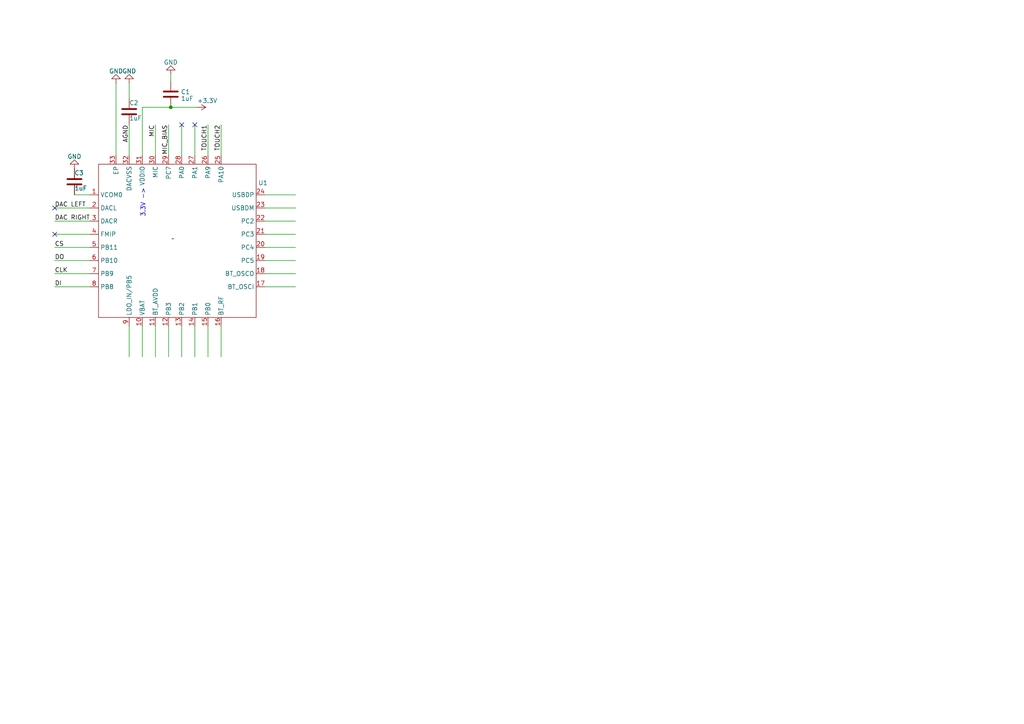
<source format=kicad_sch>
(kicad_sch (version 20230121) (generator eeschema)
  (paper "A4")
  (lib_symbols
    (symbol "Device:C" (pin_numbers hide) (pin_names (offset 0.254))
      (property "Reference" "C" (at 0.635 2.54 0))
      (property "Value" "C" (at 0.635 -2.54 0))
      (symbol "C_0_1"
        (polyline (pts (xy -2.032 -0.762) (xy 2.032 -0.762)) (stroke (width 0.508)))
        (polyline (pts (xy -2.032 0.762) (xy 2.032 0.762)) (stroke (width 0.508)))
      )
      (symbol "C_1_1"
        (pin passive line (at 0 3.81 270) (length 2.794) (name "~") (number "1"))
        (pin passive line (at 0 -3.81 90) (length 2.794) (name "~") (number "2"))
      )
    )
    (symbol "ac6956c4:AC6956C4"
      (property "Reference" "U" (at 21.59 24.13 0))
      (symbol "AC6956C4_0_1"
        (rectangle (start -22.86 22.86) (end 22.86 -21.59))
      )
      (symbol "AC6956C4_1_1"
        (pin bidirectional line (at -25.4 13.97 0) (length 2.54) (name "VCOM0") (number "1"))
        (pin bidirectional line (at -10.16 -24.13 90) (length 2.54) (name "VBAT") (number "10"))
        (pin bidirectional line (at -6.35 -24.13 90) (length 2.54) (name "BT_AVDD") (number "11"))
        (pin bidirectional line (at -2.54 -24.13 90) (length 2.54) (name "PB3") (number "12"))
        (pin bidirectional line (at 1.27 -24.13 90) (length 2.54) (name "PB2") (number "13"))
        (pin bidirectional line (at 5.08 -24.13 90) (length 2.54) (name "PB1") (number "14"))
        (pin bidirectional line (at 8.89 -24.13 90) (length 2.54) (name "PB0") (number "15"))
        (pin bidirectional line (at 12.7 -24.13 90) (length 2.54) (name "BT_RF") (number "16"))
        (pin bidirectional line (at 25.4 -12.7 180) (length 2.54) (name "BT_OSCI") (number "17"))
        (pin bidirectional line (at 25.4 -8.89 180) (length 2.54) (name "BT_OSCO") (number "18"))
        (pin bidirectional line (at 25.4 -5.08 180) (length 2.54) (name "PC5") (number "19"))
        (pin bidirectional line (at -25.4 10.16 0) (length 2.54) (name "DACL") (number "2"))
        (pin bidirectional line (at 25.4 -1.27 180) (length 2.54) (name "PC4") (number "20"))
        (pin bidirectional line (at 25.4 2.54 180) (length 2.54) (name "PC3") (number "21"))
        (pin bidirectional line (at 25.4 6.35 180) (length 2.54) (name "PC2") (number "22"))
        (pin bidirectional line (at 25.4 10.16 180) (length 2.54) (name "USBDM") (number "23"))
        (pin bidirectional line (at 25.4 13.97 180) (length 2.54) (name "USBDP") (number "24"))
        (pin bidirectional line (at 12.7 25.4 270) (length 2.54) (name "PA10") (number "25"))
        (pin bidirectional line (at 8.89 25.4 270) (length 2.54) (name "PA9") (number "26"))
        (pin bidirectional line (at 5.08 25.4 270) (length 2.54) (name "PA1") (number "27"))
        (pin bidirectional line (at 1.27 25.4 270) (length 2.54) (name "PA0") (number "28"))
        (pin bidirectional line (at -2.54 25.4 270) (length 2.54) (name "PC7") (number "29"))
        (pin bidirectional line (at -25.4 6.35 0) (length 2.54) (name "DACR") (number "3"))
        (pin bidirectional line (at -6.35 25.4 270) (length 2.54) (name "MIC") (number "30"))
        (pin bidirectional line (at -10.16 25.4 270) (length 2.54) (name "VDDIO") (number "31"))
        (pin bidirectional line (at -13.97 25.4 270) (length 2.54) (name "DACVSS") (number "32"))
        (pin bidirectional line (at -17.78 25.4 270) (length 2.54) (name "EP") (number "33"))
        (pin bidirectional line (at -25.4 2.54 0) (length 2.54) (name "FMIP") (number "4"))
        (pin bidirectional line (at -25.4 -1.27 0) (length 2.54) (name "PB11") (number "5"))
        (pin bidirectional line (at -25.4 -5.08 0) (length 2.54) (name "PB10") (number "6"))
        (pin bidirectional line (at -25.4 -8.89 0) (length 2.54) (name "PB9") (number "7"))
        (pin bidirectional line (at -25.4 -12.7 0) (length 2.54) (name "PB8") (number "8"))
        (pin bidirectional line (at -13.97 -24.13 90) (length 2.54) (name "LDO_IN/PB5") (number "9"))
      )
    )
    (symbol "power:+3.3V" (power) (pin_names (offset 0))
      (property "Value" "+3.3V" (at 0 3.556 0))
      (symbol "+3.3V_0_1"
        (polyline (pts (xy -0.762 1.27) (xy 0 2.54)))
        (polyline (pts (xy 0 0) (xy 0 2.54)))
        (polyline (pts (xy 0 2.54) (xy 0.762 1.27)))
      )
      (symbol "+3.3V_1_1"
        (pin power_in line (at 0 0 90) (length 0) hide (name "+3.3V") (number "1"))
      )
    )
    (symbol "power:GND" (power) (pin_names (offset 0))
      (property "Value" "GND" (at 0 -3.81 0))
      (symbol "GND_0_1"
        (polyline (pts (xy 0 0) (xy 0 -1.27) (xy 1.27 -1.27) (xy 0 -2.54) (xy -1.27 -1.27) (xy 0 -1.27)))
      )
      (symbol "GND_1_1"
        (pin power_in line (at 0 0 270) (length 0) hide (name "GND") (number "1"))
      )
    )
  )
  (junction (at 49.53 31.115))
  (no_connect (at 15.875 60.325))
  (no_connect (at 52.705 36.195))
  (no_connect (at 56.515 36.195))
  (no_connect (at 15.875 67.945))
  (wire (pts (xy 76.835 67.945) (xy 85.725 67.945)))
  (wire (pts (xy 76.835 60.325) (xy 85.725 60.325)))
  (wire (pts (xy 60.325 36.195) (xy 60.325 45.085)))
  (wire (pts (xy 76.835 64.135) (xy 85.725 64.135)))
  (wire (pts (xy 56.515 94.615) (xy 56.515 103.505)))
  (wire (pts (xy 15.875 83.185) (xy 26.035 83.185)))
  (wire (pts (xy 76.835 71.755) (xy 85.725 71.755)))
  (wire (pts (xy 15.875 71.755) (xy 26.035 71.755)))
  (wire (pts (xy 52.705 94.615) (xy 52.705 103.505)))
  (wire (pts (xy 76.835 56.515) (xy 85.725 56.515)))
  (wire (pts (xy 15.875 79.375) (xy 26.035 79.375)))
  (wire (pts (xy 37.465 94.615) (xy 37.465 103.505)))
  (wire (pts (xy 48.895 94.615) (xy 48.895 103.505)))
  (wire (pts (xy 48.895 36.195) (xy 48.895 45.085)))
  (wire (pts (xy 57.15 31.115) (xy 49.53 31.115)))
  (wire (pts (xy 41.275 31.115) (xy 41.275 45.085)))
  (wire (pts (xy 76.835 83.185) (xy 85.725 83.185)))
  (wire (pts (xy 37.465 36.195) (xy 37.465 45.085)))
  (wire (pts (xy 45.085 94.615) (xy 45.085 103.505)))
  (wire (pts (xy 76.835 79.375) (xy 85.725 79.375)))
  (wire (pts (xy 76.835 75.565) (xy 85.725 75.565)))
  (wire (pts (xy 41.275 94.615) (xy 41.275 103.505)))
  (wire (pts (xy 37.465 24.13) (xy 37.465 28.575)))
  (wire (pts (xy 15.875 67.945) (xy 26.035 67.945)))
  (wire (pts (xy 49.53 21.59) (xy 49.53 23.495)))
  (wire (pts (xy 41.275 31.115) (xy 49.53 31.115)))
  (wire (pts (xy 15.875 64.135) (xy 26.035 64.135)))
  (wire (pts (xy 15.875 60.325) (xy 26.035 60.325)))
  (wire (pts (xy 15.875 75.565) (xy 26.035 75.565)))
  (wire (pts (xy 21.59 56.515) (xy 26.035 56.515)))
  (wire (pts (xy 64.135 36.195) (xy 64.135 45.085)))
  (wire (pts (xy 33.655 24.13) (xy 33.655 45.085)))
  (wire (pts (xy 56.515 36.195) (xy 56.515 45.085)))
  (wire (pts (xy 45.085 36.195) (xy 45.085 45.085)))
  (wire (pts (xy 60.325 94.615) (xy 60.325 103.505)))
  (wire (pts (xy 64.135 94.615) (xy 64.135 103.505)))
  (wire (pts (xy 52.705 36.195) (xy 52.705 45.085)))
  (text "3.3V ->\n\n\n" (at 46.355 54.61 90) (effects (font (size 1.27 1.27)) (justify right bottom)))
  (label "DI" (at 15.875 83.185 0))
  (label "TOUCH1" (at 60.325 36.195 270))
  (label "MIC_BIAS" (at 48.895 36.195 270))
  (label "DAC RIGHT" (at 15.875 64.135 0))
  (label "DO" (at 15.875 75.565 0))
  (label "CLK" (at 15.875 79.375 0))
  (label "TOUCH2" (at 64.135 36.195 270))
  (label "CS" (at 15.875 71.755 0))
  (label "MIC" (at 45.085 36.195 270))
  (label "DAC LEFT" (at 15.875 60.325 0))
  (label "AGND" (at 37.465 36.195 270))
  (symbol (lib_id "power:GND") (at 37.465 24.13 180) (unit 1)
    (property "Reference" "#PWR02" (effects hide))
    (property "Value" "GND" (at 37.465 20.6281 0))
  )
  (symbol (lib_id "Device:C") (at 49.53 27.305 0) (unit 1)
    (property "Reference" "C1" (at 52.451 26.6613 0) (effects (justify left)))
    (property "Value" "1uF" (at 52.451 28.5823 0) (effects (justify left)))
  )
  (symbol (lib_id "power:+3.3V") (at 57.15 31.115 270) (unit 1)
    (property "Reference" "#PWR03" (effects hide))
    (property "Value" "+3.3V" (at 57.15 29.21 90) (effects (justify left)))
  )
  (symbol (lib_id "Device:C") (at 37.465 32.385 0) (unit 1)
    (property "Reference" "C2" (at 37.465 29.845 0) (effects (justify left)))
    (property "Value" "1uF" (at 37.465 34.29 0) (effects (justify left)))
  )
  (symbol (lib_id "Device:C") (at 21.59 52.705 0) (unit 1)
    (property "Reference" "C3" (at 21.59 50.165 0) (effects (justify left)))
    (property "Value" "1uF" (at 21.59 54.61 0) (effects (justify left)))
  )
  (symbol (lib_id "power:GND") (at 49.53 21.59 180) (unit 1)
    (property "Reference" "#PWR01" (effects hide))
    (property "Value" "GND" (at 49.53 18.0881 0))
  )
  (symbol (lib_id "ac6956c4:AC6956C4") (at 51.435 70.485 0) (unit 1)
    (property "Reference" "U1" (at 76.2715 53.0383 0))
    (property "Value" "~" (at 50.165 69.215 0))
  )
  (symbol (lib_id "power:GND") (at 21.59 48.895 180) (unit 1)
    (property "Reference" "#PWR05" (effects hide))
    (property "Value" "GND" (at 21.59 45.3931 0))
  )
  (symbol (lib_id "power:GND") (at 33.655 24.13 180) (unit 1)
    (property "Reference" "#PWR04" (effects hide))
    (property "Value" "GND" (at 33.655 20.6281 0))
  )
)
</source>
